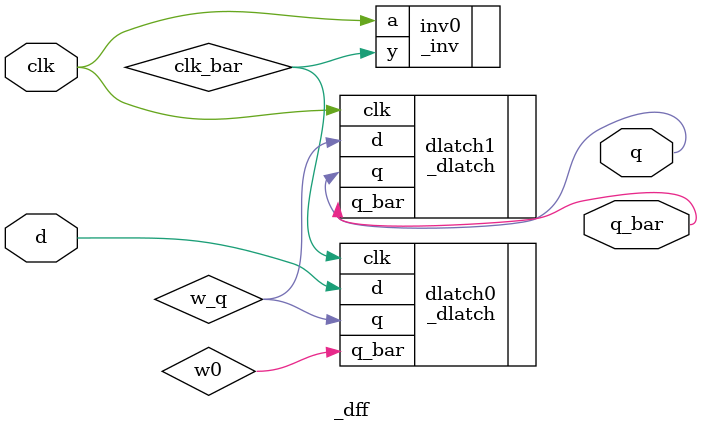
<source format=v>
module _dff(clk, d, q, q_bar);

	input clk, d;			// input ports
	output q, q_bar;		// output ports
	wire clk_bar, w_q;	// wires
	
	_inv inv0(.a(clk), .y(clk_bar)); // Instance inverter clk_bar = ~clk
	_dlatch dlatch0(.clk(clk_bar), .d(d), .q(w_q), .q_bar(w0)); // Instance dlatch
	_dlatch dlatch1(.clk(clk), .q(q), .q_bar(q_bar), .d(w_q));	// Instance dlatch
	
	
endmodule
	
</source>
